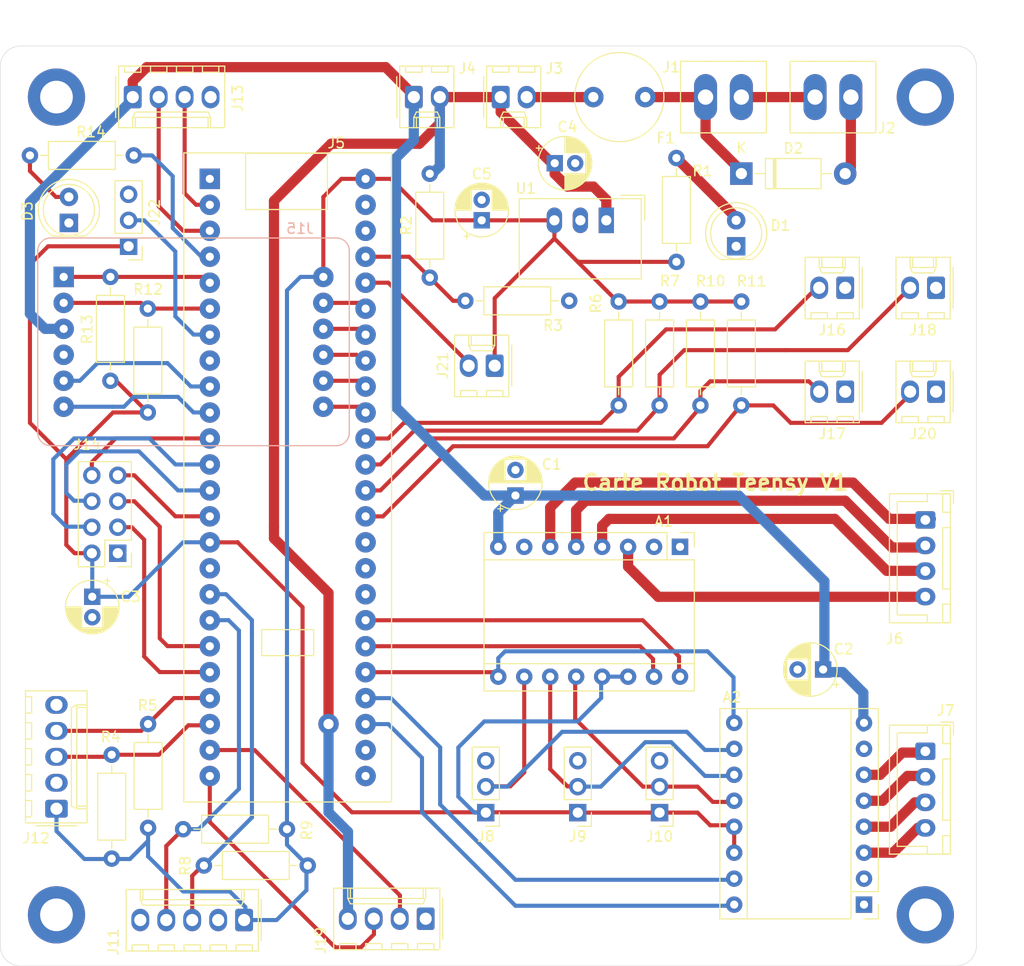
<source format=kicad_pcb>
(kicad_pcb (version 20171130) (host pcbnew "(5.1.10)-1")
  (layers (0 F.Cu signal) (31 B.Cu signal) (34 B.Paste user) (35 F.Paste user) (36 B.SilkS user) (37 F.SilkS user) (38 B.Mask user) (39 F.Mask user) (44 Edge.Cuts user))
  (net 0 "")
  (net 1 "Net-(J1-Pad2)")
  (net 2 GND)
  (net 3 +5V)
  (net 4 /Von)
  (net 5 /M2)
  (net 6 /M1)
  (net 7 /M0)
  (net 8 "Net-(D2-Pad1)")
  (net 9 /STEP_D)
  (net 10 /STEP_G)
  (net 11 +3V3)
  (net 12 /Varu)
  (net 13 /DIR_D)
  (net 14 /DIR_G)
  (net 15 /EN)
  (net 16 "Net-(D1-Pad2)")
  (net 17 "Net-(A1-Pad3)")
  (net 18 "Net-(A1-Pad5)")
  (net 19 "Net-(A1-Pad6)")
  (net 20 "Net-(A2-Pad3)")
  (net 21 "Net-(A2-Pad5)")
  (net 22 "Net-(A2-Pad6)")
  (net 23 /A1D)
  (net 24 /A1G)
  (net 25 /CE)
  (net 26 /IRQ)
  (net 27 /CODD_B)
  (net 28 /CODD_A)
  (net 29 "Net-(F1-Pad1)")
  (net 30 /Vbat)
  (net 31 /RX4)
  (net 32 /SCK0)
  (net 33 /MISO0)
  (net 34 /MOSI0)
  (net 35 /CS0)
  (net 36 /TX1)
  (net 37 /RX1)
  (net 38 /TX4)
  (net 39 /TX3)
  (net 40 /SDA0)
  (net 41 /RX3)
  (net 42 /SCL0)
  (net 43 /PWM2)
  (net 44 /PWM1)
  (net 45 /CODG_B)
  (net 46 /CODG_A)
  (net 47 /17)
  (net 48 /MS1)
  (net 49 /MS4)
  (net 50 /MS3)
  (net 51 /MS2)
  (net 52 /SDA2)
  (net 53 /SCL2)
  (net 54 /Tirette)
  (net 55 "Net-(D3-Pad2)")
  (net 56 /STRAT)
  (net 57 /LED)
  (module Mes_empreintes:Teensy-3.5-3.6 (layer F.Cu) (at 75 63)
    (fp_text reference J5 (at 12.376 -3.5) (layer F.SilkS))
    (fp_text value Teensy-3.5)
    (pad 26 thru_hole circle (at 15.24 55.88) (size 2 2) (drill 0.8) (layers *.Cu *.Mask))
    (pad 23 thru_hole circle (at 0 55.88) (size 2 2) (drill 0.8) (layers *.Cu *.Mask) (net 31 /RX4))
    (pad 27 thru_hole circle (at 15.24 53.34) (size 2 2) (drill 0.8) (layers *.Cu *.Mask) (net 14 /DIR_G))
    (pad 22 thru_hole circle (at 0 53.34) (size 2 2) (drill 0.8) (layers *.Cu *.Mask) (net 28 /CODD_A))
    (pad 28 thru_hole circle (at 15.24 50.8) (size 2 2) (drill 0.8) (layers *.Cu *.Mask) (net 10 /STEP_G))
    (pad 21 thru_hole circle (at 0 50.8) (size 2 2) (drill 0.8) (layers *.Cu *.Mask) (net 27 /CODD_B))
    (pad 29 thru_hole circle (at 15.24 48.26) (size 2 2) (drill 0.8) (layers *.Cu *.Mask) (net 15 /EN))
    (pad 20 thru_hole circle (at 0 48.26) (size 2 2) (drill 0.8) (layers *.Cu *.Mask) (net 25 /CE))
    (pad 30 thru_hole circle (at 15.24 45.72) (size 2 2) (drill 0.8) (layers *.Cu *.Mask) (net 9 /STEP_D))
    (pad 19 thru_hole circle (at 0 45.72) (size 2 2) (drill 0.8) (layers *.Cu *.Mask) (net 32 /SCK0))
    (pad 31 thru_hole circle (at 15.24 43.18) (size 2 2) (drill 0.8) (layers *.Cu *.Mask) (net 13 /DIR_D))
    (pad 18 thru_hole circle (at 0 43.18) (size 2 2) (drill 0.8) (layers *.Cu *.Mask) (net 45 /CODG_B))
    (pad 32 thru_hole circle (at 15.24 40.64) (size 2 2) (drill 0.8) (layers *.Cu *.Mask))
    (pad 17 thru_hole circle (at 0 40.64) (size 2 2) (drill 0.8) (layers *.Cu *.Mask) (net 46 /CODG_A))
    (pad 33 thru_hole circle (at 15.24 38.1) (size 2 2) (drill 0.8) (layers *.Cu *.Mask))
    (pad 16 thru_hole circle (at 0 38.1) (size 2 2) (drill 0.8) (layers *.Cu *.Mask))
    (pad 34 thru_hole circle (at 15.24 35.56) (size 2 2) (drill 0.8) (layers *.Cu *.Mask) (net 2 GND))
    (pad 15 thru_hole circle (at 0 35.56) (size 2 2) (drill 0.8) (layers *.Cu *.Mask) (net 11 +3V3))
    (pad 35 thru_hole circle (at 15.24 33.02) (size 2 2) (drill 0.8) (layers *.Cu *.Mask) (net 49 /MS4))
    (pad 14 thru_hole circle (at 0 33.02) (size 2 2) (drill 0.8) (layers *.Cu *.Mask) (net 33 /MISO0))
    (pad 36 thru_hole circle (at 15.24 30.48) (size 2 2) (drill 0.8) (layers *.Cu *.Mask) (net 50 /MS3))
    (pad 13 thru_hole circle (at 0 30.48) (size 2 2) (drill 0.8) (layers *.Cu *.Mask) (net 34 /MOSI0))
    (pad 37 thru_hole circle (at 15.24 27.94) (size 2 2) (drill 0.8) (layers *.Cu *.Mask) (net 51 /MS2))
    (pad 12 thru_hole circle (at 0 27.94) (size 2 2) (drill 0.8) (layers *.Cu *.Mask) (net 35 /CS0))
    (pad 38 thru_hole circle (at 15.24 25.4) (size 2 2) (drill 0.8) (layers *.Cu *.Mask) (net 48 /MS1))
    (pad 11 thru_hole circle (at 0 25.4) (size 2 2) (drill 0.8) (layers *.Cu *.Mask) (net 26 /IRQ))
    (pad 39 thru_hole circle (at 15.24 22.86) (size 2 2) (drill 0.8) (layers *.Cu *.Mask) (net 47 /17))
    (pad 10 thru_hole circle (at 0 22.86) (size 2 2) (drill 0.8) (layers *.Cu *.Mask) (net 39 /TX3))
    (pad 40 thru_hole circle (at 15.24 20.32) (size 2 2) (drill 0.8) (layers *.Cu *.Mask) (net 40 /SDA0))
    (pad 9 thru_hole circle (at 0 20.32) (size 2 2) (drill 0.8) (layers *.Cu *.Mask) (net 41 /RX3))
    (pad 41 thru_hole circle (at 15.24 17.78) (size 2 2) (drill 0.8) (layers *.Cu *.Mask) (net 42 /SCL0))
    (pad 8 thru_hole circle (at 0 17.78) (size 2 2) (drill 0.8) (layers *.Cu *.Mask))
    (pad 42 thru_hole circle (at 15.24 15.24) (size 2 2) (drill 0.8) (layers *.Cu *.Mask) (net 43 /PWM2))
    (pad 7 thru_hole circle (at 0 15.24) (size 2 2) (drill 0.8) (layers *.Cu *.Mask) (net 56 /STRAT))
    (pad 43 thru_hole circle (at 15.24 12.7) (size 2 2) (drill 0.8) (layers *.Cu *.Mask) (net 44 /PWM1))
    (pad 6 thru_hole circle (at 0 12.7) (size 2 2) (drill 0.8) (layers *.Cu *.Mask) (net 52 /SDA2))
    (pad 44 thru_hole circle (at 15.24 10.16) (size 2 2) (drill 0.8) (layers *.Cu *.Mask) (net 54 /Tirette))
    (pad 5 thru_hole circle (at 0 10.16) (size 2 2) (drill 0.8) (layers *.Cu *.Mask) (net 53 /SCL2))
    (pad 45 thru_hole circle (at 15.24 7.62) (size 2 2) (drill 0.8) (layers *.Cu *.Mask) (net 30 /Vbat))
    (pad 4 thru_hole circle (at 0 7.62) (size 2 2) (drill 0.8) (layers *.Cu *.Mask) (net 57 /LED))
    (pad 46 thru_hole circle (at 15.24 5.08) (size 2 2) (drill 0.8) (layers *.Cu *.Mask))
    (pad 3 thru_hole circle (at 0 5.08) (size 2 2) (drill 0.8) (layers *.Cu *.Mask) (net 36 /TX1))
    (pad 47 thru_hole circle (at 15.24 2.54) (size 2 2) (drill 0.8) (layers *.Cu *.Mask))
    (pad 2 thru_hole circle (at 0 2.54) (size 2 2) (drill 0.8) (layers *.Cu *.Mask) (net 37 /RX1))
    (pad 48 thru_hole circle (at 15.24 0) (size 2 2) (drill 0.8) (layers *.Cu *.Mask) (net 3 +5V))
    (pad 1 thru_hole rect (at 0 0) (size 2 2) (drill 0.8) (layers *.Cu *.Mask) (net 2 GND))
    (pad 24 thru_hole circle (at 0 58.42) (size 2 2) (drill 0.8) (layers *.Cu *.Mask) (net 38 /TX4))
    (pad 25 thru_hole circle (at 15.24 58.42) (size 2 2) (drill 0.8) (layers *.Cu *.Mask))
  )
  (module Resistor_THT:R_Axial_DIN0207_L6.3mm_D2.5mm_P10.16mm_Horizontal (layer F.Cu) (at 67.564 60.706 180)
    (fp_text reference R14 (at 4.191 2.286) (layer F.SilkS))
    (fp_text value 500)
    (pad 1 thru_hole circle (at 0 0 180) (size 1.6 1.6) (drill 0.8) (layers *.Cu *.Mask) (net 57 /LED))
    (pad 2 thru_hole oval (at 10.16 0 180) (size 1.6 1.6) (drill 0.8) (layers *.Cu *.Mask) (net 55 "Net-(D3-Pad2)"))
  )
  (module Connector_PinHeader_2.54mm:PinHeader_1x03_P2.54mm_Vertical (layer F.Cu) (at 67.056 69.596 180)
    (fp_text reference J22 (at -2.54 3.302 90) (layer F.SilkS))
    (fp_text value Conn_01x03)
    (pad 3 thru_hole oval (at 0 5.08 180) (size 1.7 1.7) (drill 1) (layers *.Cu *.Mask) (net 2 GND))
    (pad 2 thru_hole oval (at 0 2.54 180) (size 1.7 1.7) (drill 1) (layers *.Cu *.Mask) (net 56 /STRAT))
    (pad 1 thru_hole rect (at 0 0 180) (size 1.7 1.7) (drill 1) (layers *.Cu *.Mask) (net 11 +3V3))
  )
  (module LED_THT:LED_D5.0mm_Clear (layer F.Cu) (at 61.214 67.31 90)
    (fp_text reference D3 (at 1.143 -4.064 270) (layer F.SilkS))
    (fp_text value LED)
    (pad 2 thru_hole circle (at 2.54 0 90) (size 1.8 1.8) (drill 0.9) (layers *.Cu *.Mask) (net 55 "Net-(D3-Pad2)"))
    (pad 1 thru_hole rect (at 0 0 90) (size 1.8 1.8) (drill 0.9) (layers *.Cu *.Mask) (net 2 GND))
  )
  (module Capacitor_THT:CP_Radial_D5.0mm_P2.00mm (layer F.Cu) (at 101.6 67.056 90)
    (fp_text reference C5 (at 4.54 0 180) (layer F.SilkS))
    (fp_text value 0,1u)
    (pad 2 thru_hole circle (at 2 0 90) (size 1.6 1.6) (drill 0.8) (layers *.Cu *.Mask) (net 2 GND))
    (pad 1 thru_hole rect (at 0 0 90) (size 1.6 1.6) (drill 0.8) (layers *.Cu *.Mask) (net 3 +5V))
  )
  (module Capacitor_THT:CP_Radial_D5.0mm_P2.00mm (layer F.Cu) (at 108.744 61.468)
    (fp_text reference C4 (at 1.238 -3.556) (layer F.SilkS))
    (fp_text value 0,33u)
    (pad 2 thru_hole circle (at 2 0) (size 1.6 1.6) (drill 0.8) (layers *.Cu *.Mask) (net 2 GND))
    (pad 1 thru_hole rect (at 0 0) (size 1.6 1.6) (drill 0.8) (layers *.Cu *.Mask) (net 4 /Von))
  )
  (module Connector_Molex:Molex_KK-254_AE-6410-02A_1x02_P2.54mm_Vertical (layer F.Cu) (at 102.87 81.28 180)
    (fp_text reference J21 (at 5.08 0 90) (layer F.SilkS))
    (fp_text value Conn_Aru)
    (pad 2 thru_hole oval (at 2.54 0 180) (size 1.74 2.19) (drill 1.19) (layers *.Cu *.Mask) (net 54 /Tirette))
    (pad 1 thru_hole roundrect (at 0 0 180) (size 1.74 2.19) (drill 1.19) (layers *.Cu *.Mask) (roundrect_rratio 0.1436775862068966) (net 3 +5V))
  )
  (module Resistor_THT:R_Axial_DIN0207_L6.3mm_D2.5mm_P10.16mm_Horizontal (layer F.Cu) (at 65.278 82.7532 90)
    (fp_text reference R13 (at 5.0292 -2.286 270) (layer F.SilkS))
    (fp_text value 4.7k)
    (pad 2 thru_hole oval (at 10.16 0 90) (size 1.6 1.6) (drill 0.8) (layers *.Cu *.Mask) (net 53 /SCL2))
    (pad 1 thru_hole circle (at 0 0 90) (size 1.6 1.6) (drill 0.8) (layers *.Cu *.Mask) (net 11 +3V3))
  )
  (module Resistor_THT:R_Axial_DIN0207_L6.3mm_D2.5mm_P10.16mm_Horizontal (layer F.Cu) (at 68.9356 85.852 90)
    (fp_text reference R12 (at 12.0396 0.0254 180) (layer F.SilkS))
    (fp_text value 4.7k)
    (pad 2 thru_hole oval (at 10.16 0 90) (size 1.6 1.6) (drill 0.8) (layers *.Cu *.Mask) (net 52 /SDA2))
    (pad 1 thru_hole circle (at 0 0 90) (size 1.6 1.6) (drill 0.8) (layers *.Cu *.Mask) (net 11 +3V3))
  )
  (module Mes_empreintes:Shield-Actionneurs (layer B.Cu) (at 60.706 72.5932 270)
    (fp_text reference J15 (at -4.7244 -23.114) (layer B.SilkS) (effects (justify mirror)))
    (fp_text value Shield-Actionneurs)
    (pad 12 thru_hole circle (at 12.7 -25.4 270) (size 2 2) (drill 0.8) (layers *.Cu *.Mask) (net 47 /17))
    (pad 11 thru_hole circle (at 10.16 -25.4 270) (size 2 2) (drill 0.8) (layers *.Cu *.Mask) (net 40 /SDA0))
    (pad 10 thru_hole circle (at 7.62 -25.4 270) (size 2 2) (drill 0.8) (layers *.Cu *.Mask) (net 42 /SCL0))
    (pad 9 thru_hole circle (at 5.08 -25.4 270) (size 2 2) (drill 0.8) (layers *.Cu *.Mask) (net 43 /PWM2))
    (pad 8 thru_hole circle (at 2.54 -25.4 270) (size 2 2) (drill 0.8) (layers *.Cu *.Mask) (net 44 /PWM1))
    (pad 7 thru_hole circle (at 0 -25.4 270) (size 2 2) (drill 0.8) (layers *.Cu *.Mask) (net 3 +5V))
    (pad 6 thru_hole circle (at 12.7 0 270) (size 2 2) (drill 0.8) (layers *.Cu *.Mask) (net 39 /TX3))
    (pad 5 thru_hole circle (at 10.16 0 270) (size 2 2) (drill 0.8) (layers *.Cu *.Mask) (net 41 /RX3))
    (pad 4 thru_hole circle (at 7.62 0 270) (size 2 2) (drill 0.8) (layers *.Cu *.Mask) (net 2 GND))
    (pad 3 thru_hole circle (at 5.08 0 270) (size 2 2) (drill 0.8) (layers *.Cu *.Mask) (net 12 /Varu))
    (pad 2 thru_hole circle (at 2.54 0 270) (size 2 2) (drill 0.8) (layers *.Cu *.Mask) (net 52 /SDA2))
    (pad 1 thru_hole rect (at 0 0 270) (size 2 2) (drill 0.8) (layers *.Cu *.Mask) (net 53 /SCL2))
  )
  (module Resistor_THT:R_Axial_DIN0207_L6.3mm_D2.5mm_P10.16mm_Horizontal (layer F.Cu) (at 127 75 270)
    (fp_text reference R11 (at -2 -1 180) (layer F.SilkS))
    (fp_text value 1k)
    (pad 2 thru_hole oval (at 10.16 0 270) (size 1.6 1.6) (drill 0.8) (layers *.Cu *.Mask) (net 49 /MS4))
    (pad 1 thru_hole circle (at 0 0 270) (size 1.6 1.6) (drill 0.8) (layers *.Cu *.Mask) (net 3 +5V))
  )
  (module Resistor_THT:R_Axial_DIN0207_L6.3mm_D2.5mm_P10.16mm_Horizontal (layer F.Cu) (at 123 75 270)
    (fp_text reference R10 (at -2 -1 180) (layer F.SilkS))
    (fp_text value 1k)
    (pad 2 thru_hole oval (at 10.16 0 270) (size 1.6 1.6) (drill 0.8) (layers *.Cu *.Mask) (net 50 /MS3))
    (pad 1 thru_hole circle (at 0 0 270) (size 1.6 1.6) (drill 0.8) (layers *.Cu *.Mask) (net 3 +5V))
  )
  (module Resistor_THT:R_Axial_DIN0207_L6.3mm_D2.5mm_P10.16mm_Horizontal (layer F.Cu) (at 119 75 270)
    (fp_text reference R7 (at -2 -1 180) (layer F.SilkS))
    (fp_text value 1k)
    (pad 2 thru_hole oval (at 10.16 0 270) (size 1.6 1.6) (drill 0.8) (layers *.Cu *.Mask) (net 51 /MS2))
    (pad 1 thru_hole circle (at 0 0 270) (size 1.6 1.6) (drill 0.8) (layers *.Cu *.Mask) (net 3 +5V))
  )
  (module Resistor_THT:R_Axial_DIN0207_L6.3mm_D2.5mm_P10.16mm_Horizontal (layer F.Cu) (at 115 75 270)
    (fp_text reference R6 (at 0.184 2.224 270) (layer F.SilkS))
    (fp_text value 1k)
    (pad 2 thru_hole oval (at 10.16 0 270) (size 1.6 1.6) (drill 0.8) (layers *.Cu *.Mask) (net 48 /MS1))
    (pad 1 thru_hole circle (at 0 0 270) (size 1.6 1.6) (drill 0.8) (layers *.Cu *.Mask) (net 3 +5V))
  )
  (module Connector_Molex:Molex_KK-254_AE-6410-02A_1x02_P2.54mm_Vertical (layer F.Cu) (at 146.05 83.82 180)
    (fp_text reference J20 (at 1.27 -4.12) (layer F.SilkS))
    (fp_text value Conn_Aru)
    (pad 2 thru_hole oval (at 2.54 0 180) (size 1.74 2.19) (drill 1.19) (layers *.Cu *.Mask) (net 49 /MS4))
    (pad 1 thru_hole roundrect (at 0 0 180) (size 1.74 2.19) (drill 1.19) (layers *.Cu *.Mask) (roundrect_rratio 0.1436775862068966) (net 2 GND))
  )
  (module Connector_Molex:Molex_KK-254_AE-6410-02A_1x02_P2.54mm_Vertical (layer F.Cu) (at 146.05 73.66 180)
    (fp_text reference J18 (at 1.27 -4.12) (layer F.SilkS))
    (fp_text value Conn_Aru)
    (pad 2 thru_hole oval (at 2.54 0 180) (size 1.74 2.19) (drill 1.19) (layers *.Cu *.Mask) (net 51 /MS2))
    (pad 1 thru_hole roundrect (at 0 0 180) (size 1.74 2.19) (drill 1.19) (layers *.Cu *.Mask) (roundrect_rratio 0.1436775862068966) (net 2 GND))
  )
  (module Connector_Molex:Molex_KK-254_AE-6410-02A_1x02_P2.54mm_Vertical (layer F.Cu) (at 137.16 83.82 180)
    (fp_text reference J17 (at 1.27 -4.12) (layer F.SilkS))
    (fp_text value Conn_Aru)
    (pad 2 thru_hole oval (at 2.54 0 180) (size 1.74 2.19) (drill 1.19) (layers *.Cu *.Mask) (net 50 /MS3))
    (pad 1 thru_hole roundrect (at 0 0 180) (size 1.74 2.19) (drill 1.19) (layers *.Cu *.Mask) (roundrect_rratio 0.1436775862068966) (net 2 GND))
  )
  (module Connector_Molex:Molex_KK-254_AE-6410-02A_1x02_P2.54mm_Vertical (layer F.Cu) (at 137.16 73.66 180)
    (fp_text reference J16 (at 1.27 -4.12) (layer F.SilkS))
    (fp_text value Conn_Aru)
    (pad 2 thru_hole oval (at 2.54 0 180) (size 1.74 2.19) (drill 1.19) (layers *.Cu *.Mask) (net 48 /MS1))
    (pad 1 thru_hole roundrect (at 0 0 180) (size 1.74 2.19) (drill 1.19) (layers *.Cu *.Mask) (roundrect_rratio 0.1436775862068966) (net 2 GND))
  )
  (module Connector_JST:JST_XH_B4B-XH-A_1x04_P2.50mm_Vertical (layer F.Cu) (at 145 119 270)
    (fp_text reference J7 (at -4 -2 180) (layer F.SilkS))
    (fp_text value Conn_DriverG)
    (pad 4 thru_hole oval (at 7.5 0 270) (size 1.7 1.95) (drill 0.95) (layers *.Cu *.Mask) (net 20 "Net-(A2-Pad3)"))
    (pad 3 thru_hole oval (at 5 0 270) (size 1.7 1.95) (drill 0.95) (layers *.Cu *.Mask) (net 24 /A1G))
    (pad 2 thru_hole oval (at 2.5 0 270) (size 1.7 1.95) (drill 0.95) (layers *.Cu *.Mask) (net 21 "Net-(A2-Pad5)"))
    (pad 1 thru_hole roundrect (at 0 0 270) (size 1.7 1.95) (drill 0.95) (layers *.Cu *.Mask) (roundrect_rratio 0.1470588235294118) (net 22 "Net-(A2-Pad6)"))
  )
  (module Connector_JST:JST_XH_B4B-XH-A_1x04_P2.50mm_Vertical (layer F.Cu) (at 145 96.3676 270)
    (fp_text reference J6 (at 11.6324 3 180) (layer F.SilkS))
    (fp_text value Conn_DriverD)
    (pad 4 thru_hole oval (at 7.5 0 270) (size 1.7 1.95) (drill 0.95) (layers *.Cu *.Mask) (net 17 "Net-(A1-Pad3)"))
    (pad 3 thru_hole oval (at 5 0 270) (size 1.7 1.95) (drill 0.95) (layers *.Cu *.Mask) (net 23 /A1D))
    (pad 2 thru_hole oval (at 2.5 0 270) (size 1.7 1.95) (drill 0.95) (layers *.Cu *.Mask) (net 18 "Net-(A1-Pad5)"))
    (pad 1 thru_hole roundrect (at 0 0 270) (size 1.7 1.95) (drill 0.95) (layers *.Cu *.Mask) (roundrect_rratio 0.1470588235294118) (net 19 "Net-(A1-Pad6)"))
  )
  (module Capacitor_THT:CP_Radial_D5.0mm_P2.50mm (layer F.Cu) (at 135 111 180)
    (fp_text reference C2 (at -2 2) (layer F.SilkS))
    (fp_text value 100u)
    (pad 2 thru_hole circle (at 2.5 0 180) (size 1.6 1.6) (drill 0.8) (layers *.Cu *.Mask) (net 2 GND))
    (pad 1 thru_hole rect (at 0 0 180) (size 1.6 1.6) (drill 0.8) (layers *.Cu *.Mask) (net 12 /Varu))
  )
  (module Capacitor_THT:CP_Radial_D5.0mm_P2.50mm (layer F.Cu) (at 104.902 93.98 90)
    (fp_text reference C1 (at 3.048 3.556 180) (layer F.SilkS))
    (fp_text value 100u)
    (pad 2 thru_hole circle (at 2.5 0 90) (size 1.6 1.6) (drill 0.8) (layers *.Cu *.Mask) (net 2 GND))
    (pad 1 thru_hole rect (at 0 0 90) (size 1.6 1.6) (drill 0.8) (layers *.Cu *.Mask) (net 12 /Varu))
  )
  (module Capacitor_THT:CP_Radial_D5.0mm_P2.00mm (layer F.Cu) (at 63.5 103.886 270)
    (fp_text reference C3 (at 0 -3.75 180) (layer F.SilkS))
    (fp_text value 10u)
    (pad 2 thru_hole circle (at 2 0 270) (size 1.6 1.6) (drill 0.8) (layers *.Cu *.Mask) (net 2 GND))
    (pad 1 thru_hole rect (at 0 0 270) (size 1.6 1.6) (drill 0.8) (layers *.Cu *.Mask) (net 11 +3V3))
  )
  (module Resistor_THT:R_Axial_DIN0207_L6.3mm_D2.5mm_P10.16mm_Horizontal (layer F.Cu) (at 82.55 126.619 180)
    (fp_text reference R9 (at -1.947 -0.111 90) (layer F.SilkS))
    (fp_text value 4.7k)
    (pad 1 thru_hole circle (at 0 0 180) (size 1.6 1.6) (drill 0.8) (layers *.Cu *.Mask) (net 3 +5V))
    (pad 2 thru_hole oval (at 10.16 0 180) (size 1.6 1.6) (drill 0.8) (layers *.Cu *.Mask) (net 45 /CODG_B))
  )
  (module Resistor_THT:R_Axial_DIN0207_L6.3mm_D2.5mm_P10.16mm_Horizontal (layer F.Cu) (at 84.582 130.175 180)
    (fp_text reference R8 (at 11.983 -0.032 90) (layer F.SilkS))
    (fp_text value 4.7k)
    (pad 1 thru_hole circle (at 0 0 180) (size 1.6 1.6) (drill 0.8) (layers *.Cu *.Mask) (net 3 +5V))
    (pad 2 thru_hole oval (at 10.16 0 180) (size 1.6 1.6) (drill 0.8) (layers *.Cu *.Mask) (net 46 /CODG_A))
  )
  (module Resistor_THT:R_Axial_DIN0207_L6.3mm_D2.5mm_P10.16mm_Horizontal (layer F.Cu) (at 68.961 126.492 90)
    (fp_text reference R5 (at 11.979 -0.055) (layer F.SilkS))
    (fp_text value 4.7k)
    (pad 2 thru_hole oval (at 10.16 0 90) (size 1.6 1.6) (drill 0.8) (layers *.Cu *.Mask) (net 27 /CODD_B))
    (pad 1 thru_hole circle (at 0 0 90) (size 1.6 1.6) (drill 0.8) (layers *.Cu *.Mask) (net 3 +5V))
  )
  (module Resistor_THT:R_Axial_DIN0207_L6.3mm_D2.5mm_P10.16mm_Horizontal (layer F.Cu) (at 65.405 129.5 90)
    (fp_text reference R4 (at 11.898 -0.103 180) (layer F.SilkS))
    (fp_text value 4.7k)
    (pad 2 thru_hole oval (at 10.16 0 90) (size 1.6 1.6) (drill 0.8) (layers *.Cu *.Mask) (net 28 /CODD_A))
    (pad 1 thru_hole circle (at 0 0 90) (size 1.6 1.6) (drill 0.8) (layers *.Cu *.Mask) (net 3 +5V))
  )
  (module Resistor_THT:R_Axial_DIN0207_L6.3mm_D2.5mm_P10.16mm_Horizontal (layer F.Cu) (at 100 74.93)
    (fp_text reference R3 (at 8.585 2.413) (layer F.SilkS))
    (fp_text value 100k)
    (pad 2 thru_hole oval (at 10.16 0) (size 1.6 1.6) (drill 0.8) (layers *.Cu *.Mask) (net 2 GND))
    (pad 1 thru_hole circle (at 0 0) (size 1.6 1.6) (drill 0.8) (layers *.Cu *.Mask) (net 30 /Vbat))
  )
  (module Resistor_THT:R_Axial_DIN0207_L6.3mm_D2.5mm_P10.16mm_Horizontal (layer F.Cu) (at 96.52 62.5 270)
    (fp_text reference R2 (at 5.064 2.286 270) (layer F.SilkS))
    (fp_text value 390k)
    (pad 2 thru_hole oval (at 10.16 0 270) (size 1.6 1.6) (drill 0.8) (layers *.Cu *.Mask) (net 30 /Vbat))
    (pad 1 thru_hole circle (at 0 0 270) (size 1.6 1.6) (drill 0.8) (layers *.Cu *.Mask) (net 4 /Von))
  )
  (module Connector_PinHeader_2.54mm:PinHeader_1x03_P2.54mm_Vertical (layer F.Cu) (at 111 125 180)
    (fp_text reference J9 (at 0 -2.33) (layer F.SilkS))
    (fp_text value Conn_01x03)
    (pad 3 thru_hole oval (at 0 5.08 180) (size 1.7 1.7) (drill 1) (layers *.Cu *.Mask) (net 2 GND))
    (pad 2 thru_hole oval (at 0 2.54 180) (size 1.7 1.7) (drill 1) (layers *.Cu *.Mask) (net 6 /M1))
    (pad 1 thru_hole rect (at 0 0 180) (size 1.7 1.7) (drill 1) (layers *.Cu *.Mask) (net 11 +3V3))
  )
  (module MountingHole:MountingHole_3.2mm_M3_DIN965_Pad (layer F.Cu) (at 145 135)
    (fp_text reference H2 hide)
    (fp_text value MountingHole)
    (pad 1 thru_hole circle (at 0 0) (size 5.6 5.6) (drill 3.2) (layers *.Cu *.Mask))
  )
  (module Connector_Molex:Molex_KK-254_AE-6410-04A_1x04_P2.54mm_Vertical (layer F.Cu) (at 96.12 135.382 180)
    (fp_text reference J19 (at 10.268 -2.144 90) (layer F.SilkS))
    (fp_text value Conn_IHM)
    (pad 1 thru_hole roundrect (at 0 0 180) (size 1.74 2.19) (drill 1.19) (layers *.Cu *.Mask) (roundrect_rratio 0.1436775862068966) (net 2 GND))
    (pad 2 thru_hole oval (at 2.54 0 180) (size 1.74 2.19) (drill 1.19) (layers *.Cu *.Mask) (net 31 /RX4))
    (pad 3 thru_hole oval (at 5.08 0 180) (size 1.74 2.19) (drill 1.19) (layers *.Cu *.Mask) (net 38 /TX4))
    (pad 4 thru_hole oval (at 7.62 0 180) (size 1.74 2.19) (drill 1.19) (layers *.Cu *.Mask) (net 4 /Von))
  )
  (module LED_THT:LED_D5.0mm_Clear (layer F.Cu) (at 126.492 69.596 90)
    (fp_text reference D1 (at 2.032 4.318 180) (layer F.SilkS))
    (fp_text value LED)
    (pad 2 thru_hole circle (at 2.54 0 90) (size 1.8 1.8) (drill 0.9) (layers *.Cu *.Mask) (net 16 "Net-(D1-Pad2)"))
    (pad 1 thru_hole rect (at 0 0 90) (size 1.8 1.8) (drill 0.9) (layers *.Cu *.Mask) (net 2 GND))
  )
  (module Connector_Molex:Molex_KK-254_AE-6410-05A_1x05_P2.54mm_Vertical (layer F.Cu) (at 78.359 135.509 180)
    (fp_text reference J11 (at 12.802 -2.144 90) (layer F.SilkS))
    (fp_text value Conn_01x05)
    (pad 1 thru_hole roundrect (at 0 0 180) (size 1.74 2.19) (drill 1.19) (layers *.Cu *.Mask) (roundrect_rratio 0.1436775862068966) (net 3 +5V))
    (pad 2 thru_hole oval (at 2.54 0 180) (size 1.74 2.19) (drill 1.19) (layers *.Cu *.Mask) (net 2 GND))
    (pad 3 thru_hole oval (at 5.08 0 180) (size 1.74 2.19) (drill 1.19) (layers *.Cu *.Mask) (net 46 /CODG_A))
    (pad 4 thru_hole oval (at 7.62 0 180) (size 1.74 2.19) (drill 1.19) (layers *.Cu *.Mask) (net 45 /CODG_B))
    (pad 5 thru_hole oval (at 10.16 0 180) (size 1.74 2.19) (drill 1.19) (layers *.Cu *.Mask) (net 2 GND))
  )
  (module Mes_empreintes:SL_3.50-02-180G_Weidmuller (layer F.Cu) (at 134.2136 55)
    (fp_text reference J2 (at 7.0104 3.039) (layer F.SilkS))
    (fp_text value Conn_Bat1)
    (pad 2 thru_hole oval (at 3.5 0) (size 2.25 4.5) (drill 1.5) (layers *.Cu *.Mask) (net 2 GND))
    (pad 1 thru_hole oval (at 0 0) (size 2.25 4.5) (drill 1.5) (layers *.Cu *.Mask) (net 1 "Net-(J1-Pad2)"))
  )
  (module Converter_DCDC:Converter_DCDC_TRACO_TSR-1_THT (layer F.Cu) (at 113.792 67.056 180)
    (fp_text reference U1 (at 7.874 3.1242) (layer F.SilkS))
    (fp_text value TSR_1-2450)
    (pad 3 thru_hole oval (at 5.08 0 180) (size 1.5 2.5) (drill 1) (layers *.Cu *.Mask) (net 3 +5V))
    (pad 2 thru_hole oval (at 2.54 0 180) (size 1.5 2.5) (drill 1) (layers *.Cu *.Mask) (net 2 GND))
    (pad 1 thru_hole rect (at 0 0 180) (size 1.5 2.5) (drill 1) (layers *.Cu *.Mask) (net 4 /Von))
  )
  (module MountingHole:MountingHole_3.2mm_M3_DIN965_Pad (layer F.Cu) (at 60 135)
    (fp_text reference H4 hide)
    (fp_text value MountingHole)
    (pad 1 thru_hole circle (at 0 0) (size 5.6 5.6) (drill 3.2) (layers *.Cu *.Mask))
  )
  (module Connector_PinHeader_2.54mm:PinHeader_2x04_P2.54mm_Vertical (layer F.Cu) (at 66 99.62 180)
    (fp_text reference J14 (at 3 10.62) (layer F.SilkS))
    (fp_text value Conn_02x04_Counter_Clockwise hide)
    (pad 1 thru_hole rect (at 0 0 180) (size 1.7 1.7) (drill 1) (layers *.Cu *.Mask) (net 2 GND))
    (pad 2 thru_hole oval (at 2.54 0 180) (size 1.7 1.7) (drill 1) (layers *.Cu *.Mask) (net 11 +3V3))
    (pad 3 thru_hole oval (at 0 2.54 180) (size 1.7 1.7) (drill 1) (layers *.Cu *.Mask) (net 25 /CE))
    (pad 4 thru_hole oval (at 2.54 2.54 180) (size 1.7 1.7) (drill 1) (layers *.Cu *.Mask) (net 35 /CS0))
    (pad 5 thru_hole oval (at 0 5.08 180) (size 1.7 1.7) (drill 1) (layers *.Cu *.Mask) (net 32 /SCK0))
    (pad 6 thru_hole oval (at 2.54 5.08 180) (size 1.7 1.7) (drill 1) (layers *.Cu *.Mask) (net 34 /MOSI0))
    (pad 7 thru_hole oval (at 0 7.62 180) (size 1.7 1.7) (drill 1) (layers *.Cu *.Mask) (net 33 /MISO0))
    (pad 8 thru_hole oval (at 2.54 7.62 180) (size 1.7 1.7) (drill 1) (layers *.Cu *.Mask) (net 26 /IRQ))
  )
  (module Connector_PinHeader_2.54mm:PinHeader_1x03_P2.54mm_Vertical (layer F.Cu) (at 119 125 180)
    (fp_text reference J10 (at 0 -2.33) (layer F.SilkS))
    (fp_text value Conn_01x03)
    (pad 3 thru_hole oval (at 0 5.08 180) (size 1.7 1.7) (drill 1) (layers *.Cu *.Mask) (net 2 GND))
    (pad 2 thru_hole oval (at 0 2.54 180) (size 1.7 1.7) (drill 1) (layers *.Cu *.Mask) (net 5 /M2))
    (pad 1 thru_hole rect (at 0 0 180) (size 1.7 1.7) (drill 1) (layers *.Cu *.Mask) (net 11 +3V3))
  )
  (module Resistor_THT:R_Axial_DIN0207_L6.3mm_D2.5mm_P10.16mm_Horizontal (layer F.Cu) (at 120.65 71.12 90)
    (fp_text reference R1 (at 8.89 2.54 180) (layer F.SilkS))
    (fp_text value 500)
    (pad 2 thru_hole oval (at 10.16 0 90) (size 1.6 1.6) (drill 0.8) (layers *.Cu *.Mask) (net 16 "Net-(D1-Pad2)"))
    (pad 1 thru_hole circle (at 0 0 90) (size 1.6 1.6) (drill 0.8) (layers *.Cu *.Mask) (net 3 +5V))
  )
  (module Fuse:Fuse_Littelfuse_372_D8.50mm (layer F.Cu) (at 112.522 55)
    (fp_text reference F1 (at 7.08 4) (layer F.SilkS))
    (fp_text value Fuse)
    (pad 2 thru_hole circle (at 5.08 0) (size 2 2) (drill 1) (layers *.Cu *.Mask) (net 8 "Net-(D2-Pad1)"))
    (pad 1 thru_hole circle (at 0 0) (size 2 2) (drill 1) (layers *.Cu *.Mask) (net 29 "Net-(F1-Pad1)"))
  )
  (module Connector_Molex:Molex_KK-254_AE-6410-02A_1x02_P2.54mm_Vertical (layer F.Cu) (at 94.96 55)
    (fp_text reference J4 (at 5.243 -2.803) (layer F.SilkS))
    (fp_text value Conn_Aru)
    (pad 2 thru_hole oval (at 2.54 0) (size 1.74 2.19) (drill 1.19) (layers *.Cu *.Mask) (net 4 /Von))
    (pad 1 thru_hole roundrect (at 0 0) (size 1.74 2.19) (drill 1.19) (layers *.Cu *.Mask) (roundrect_rratio 0.1436775862068966) (net 12 /Varu))
  )
  (module MountingHole:MountingHole_3.2mm_M3_DIN965_Pad (layer F.Cu) (at 145 55)
    (fp_text reference H1 hide)
    (fp_text value MountingHole)
    (pad 1 thru_hole circle (at 0 0) (size 5.6 5.6) (drill 3.2) (layers *.Cu *.Mask))
  )
  (module Module:Pololu_Breakout-16_15.2x20.3mm (layer F.Cu) (at 139 134 180)
    (fp_text reference A2 (at 12.9144 20.2842) (layer F.SilkS))
    (fp_text value Pololu_Breakout_DRV8825)
    (pad 1 thru_hole rect (at 0 0 180) (size 1.6 1.6) (drill 0.8) (layers *.Cu *.Mask) (net 2 GND))
    (pad 9 thru_hole oval (at 12.7 17.78 180) (size 1.6 1.6) (drill 0.8) (layers *.Cu *.Mask) (net 15 /EN))
    (pad 2 thru_hole oval (at 0 2.54 180) (size 1.6 1.6) (drill 0.8) (layers *.Cu *.Mask))
    (pad 10 thru_hole oval (at 12.7 15.24 180) (size 1.6 1.6) (drill 0.8) (layers *.Cu *.Mask) (net 7 /M0))
    (pad 3 thru_hole oval (at 0 5.08 180) (size 1.6 1.6) (drill 0.8) (layers *.Cu *.Mask) (net 20 "Net-(A2-Pad3)"))
    (pad 11 thru_hole oval (at 12.7 12.7 180) (size 1.6 1.6) (drill 0.8) (layers *.Cu *.Mask) (net 6 /M1))
    (pad 4 thru_hole oval (at 0 7.62 180) (size 1.6 1.6) (drill 0.8) (layers *.Cu *.Mask) (net 24 /A1G))
    (pad 12 thru_hole oval (at 12.7 10.16 180) (size 1.6 1.6) (drill 0.8) (layers *.Cu *.Mask) (net 5 /M2))
    (pad 5 thru_hole oval (at 0 10.16 180) (size 1.6 1.6) (drill 0.8) (layers *.Cu *.Mask) (net 21 "Net-(A2-Pad5)"))
    (pad 13 thru_hole oval (at 12.7 7.62 180) (size 1.6 1.6) (drill 0.8) (layers *.Cu *.Mask) (net 11 +3V3))
    (pad 6 thru_hole oval (at 0 12.7 180) (size 1.6 1.6) (drill 0.8) (layers *.Cu *.Mask) (net 22 "Net-(A2-Pad6)"))
    (pad 14 thru_hole oval (at 12.7 5.08 180) (size 1.6 1.6) (drill 0.8) (layers *.Cu *.Mask) (net 11 +3V3))
    (pad 7 thru_hole oval (at 0 15.24 180) (size 1.6 1.6) (drill 0.8) (layers *.Cu *.Mask) (net 2 GND))
    (pad 15 thru_hole oval (at 12.7 2.54 180) (size 1.6 1.6) (drill 0.8) (layers *.Cu *.Mask) (net 10 /STEP_G))
    (pad 8 thru_hole oval (at 0 17.78 180) (size 1.6 1.6) (drill 0.8) (layers *.Cu *.Mask) (net 12 /Varu))
    (pad 16 thru_hole oval (at 12.7 0 180) (size 1.6 1.6) (drill 0.8) (layers *.Cu *.Mask) (net 14 /DIR_G))
  )
  (module MountingHole:MountingHole_3.2mm_M3_DIN965_Pad (layer F.Cu) (at 60 55)
    (fp_text reference H3 hide)
    (fp_text value MountingHole)
    (pad 1 thru_hole circle (at 0 0) (size 5.6 5.6) (drill 3.2) (layers *.Cu *.Mask))
  )
  (module Connector_Molex:Molex_KK-254_AE-6410-04A_1x04_P2.54mm_Vertical (layer F.Cu) (at 67.46 55)
    (fp_text reference J13 (at 10.264 0.118 90) (layer F.SilkS))
    (fp_text value Conn_01x04)
    (pad 4 thru_hole oval (at 7.62 0) (size 1.74 2.19) (drill 1.19) (layers *.Cu *.Mask) (net 2 GND))
    (pad 3 thru_hole oval (at 5.08 0) (size 1.74 2.19) (drill 1.19) (layers *.Cu *.Mask) (net 37 /RX1))
    (pad 2 thru_hole oval (at 2.54 0) (size 1.74 2.19) (drill 1.19) (layers *.Cu *.Mask) (net 36 /TX1))
    (pad 1 thru_hole roundrect (at 0 0) (size 1.74 2.19) (drill 1.19) (layers *.Cu *.Mask) (roundrect_rratio 0.1436775862068966) (net 12 /Varu))
  )
  (module Connector_PinHeader_2.54mm:PinHeader_1x03_P2.54mm_Vertical (layer F.Cu) (at 102 125 180)
    (fp_text reference J8 (at 0 -2.33) (layer F.SilkS))
    (fp_text value Conn_01x03)
    (pad 3 thru_hole oval (at 0 5.08 180) (size 1.7 1.7) (drill 1) (layers *.Cu *.Mask) (net 2 GND))
    (pad 2 thru_hole oval (at 0 2.54 180) (size 1.7 1.7) (drill 1) (layers *.Cu *.Mask) (net 7 /M0))
    (pad 1 thru_hole rect (at 0 0 180) (size 1.7 1.7) (drill 1) (layers *.Cu *.Mask) (net 11 +3V3))
  )
  (module Connector_Molex:Molex_KK-254_AE-6410-05A_1x05_P2.54mm_Vertical (layer F.Cu) (at 60 124.62 90)
    (fp_text reference J12 (at -2.88 -2 180) (layer F.SilkS))
    (fp_text value Conn_01x05)
    (pad 5 thru_hole oval (at 10.16 0 90) (size 1.74 2.19) (drill 1.19) (layers *.Cu *.Mask) (net 2 GND))
    (pad 4 thru_hole oval (at 7.62 0 90) (size 1.74 2.19) (drill 1.19) (layers *.Cu *.Mask) (net 27 /CODD_B))
    (pad 3 thru_hole oval (at 5.08 0 90) (size 1.74 2.19) (drill 1.19) (layers *.Cu *.Mask) (net 28 /CODD_A))
    (pad 2 thru_hole oval (at 2.54 0 90) (size 1.74 2.19) (drill 1.19) (layers *.Cu *.Mask) (net 2 GND))
    (pad 1 thru_hole roundrect (at 0 0 90) (size 1.74 2.19) (drill 1.19) (layers *.Cu *.Mask) (roundrect_rratio 0.1436775862068966) (net 3 +5V))
  )
  (module Connector_Molex:Molex_KK-254_AE-6410-02A_1x02_P2.54mm_Vertical (layer F.Cu) (at 103.46 55)
    (fp_text reference J3 (at 5.252 -2.803) (layer F.SilkS))
    (fp_text value Conn_OnOff)
    (pad 2 thru_hole oval (at 2.54 0) (size 1.74 2.19) (drill 1.19) (layers *.Cu *.Mask) (net 29 "Net-(F1-Pad1)"))
    (pad 1 thru_hole roundrect (at 0 0) (size 1.74 2.19) (drill 1.19) (layers *.Cu *.Mask) (roundrect_rratio 0.1436775862068966) (net 4 /Von))
  )
  (module Mes_empreintes:SL_3.50-02-180G_Weidmuller (layer F.Cu) (at 123.5 55)
    (fp_text reference J1 (at -3.358 -2.93) (layer F.SilkS))
    (fp_text value Conn_Bat2)
    (pad 2 thru_hole oval (at 3.5 0) (size 2.25 4.5) (drill 1.5) (layers *.Cu *.Mask) (net 1 "Net-(J1-Pad2)"))
    (pad 1 thru_hole oval (at 0 0) (size 2.25 4.5) (drill 1.5) (layers *.Cu *.Mask) (net 8 "Net-(D2-Pad1)"))
  )
  (module Diode_THT:D_DO-41_SOD81_P10.16mm_Horizontal (layer F.Cu) (at 127 62.484)
    (fp_text reference D2 (at 5.08 -2.47) (layer F.SilkS))
    (fp_text value 1N4001)
    (fp_text user K (at 0 -2.5) (layer F.SilkS))
    (pad 2 thru_hole oval (at 10.16 0) (size 2.2 2.2) (drill 1.1) (layers *.Cu *.Mask) (net 2 GND))
    (pad 1 thru_hole rect (at 0 0) (size 2.2 2.2) (drill 1.1) (layers *.Cu *.Mask) (net 8 "Net-(D2-Pad1)"))
  )
  (module Module:Pololu_Breakout-16_15.2x20.3mm (layer F.Cu) (at 121 99 270)
    (fp_text reference A1 (at -2.48 1.5946) (layer F.SilkS))
    (fp_text value Pololu_Breakout_DRV8825)
    (pad 1 thru_hole rect (at 0 0 270) (size 1.6 1.6) (drill 0.8) (layers *.Cu *.Mask) (net 2 GND))
    (pad 9 thru_hole oval (at 12.7 17.78 270) (size 1.6 1.6) (drill 0.8) (layers *.Cu *.Mask) (net 15 /EN))
    (pad 2 thru_hole oval (at 0 2.54 270) (size 1.6 1.6) (drill 0.8) (layers *.Cu *.Mask))
    (pad 10 thru_hole oval (at 12.7 15.24 270) (size 1.6 1.6) (drill 0.8) (layers *.Cu *.Mask) (net 7 /M0))
    (pad 3 thru_hole oval (at 0 5.08 270) (size 1.6 1.6) (drill 0.8) (layers *.Cu *.Mask) (net 17 "Net-(A1-Pad3)"))
    (pad 11 thru_hole oval (at 12.7 12.7 270) (size 1.6 1.6) (drill 0.8) (layers *.Cu *.Mask) (net 6 /M1))
    (pad 4 thru_hole oval (at 0 7.62 270) (size 1.6 1.6) (drill 0.8) (layers *.Cu *.Mask) (net 23 /A1D))
    (pad 12 thru_hole oval (at 12.7 10.16 270) (size 1.6 1.6) (drill 0.8) (layers *.Cu *.Mask) (net 5 /M2))
    (pad 5 thru_hole oval (at 0 10.16 270) (size 1.6 1.6) (drill 0.8) (layers *.Cu *.Mask) (net 18 "Net-(A1-Pad5)"))
    (pad 13 thru_hole oval (at 12.7 7.62 270) (size 1.6 1.6) (drill 0.8) (layers *.Cu *.Mask) (net 11 +3V3))
    (pad 6 thru_hole oval (at 0 12.7 270) (size 1.6 1.6) (drill 0.8) (layers *.Cu *.Mask) (net 19 "Net-(A1-Pad6)"))
    (pad 14 thru_hole oval (at 12.7 5.08 270) (size 1.6 1.6) (drill 0.8) (layers *.Cu *.Mask) (net 11 +3V3))
    (pad 7 thru_hole oval (at 0 15.24 270) (size 1.6 1.6) (drill 0.8) (layers *.Cu *.Mask) (net 2 GND))
    (pad 15 thru_hole oval (at 12.7 2.54 270) (size 1.6 1.6) (drill 0.8) (layers *.Cu *.Mask) (net 9 /STEP_D))
    (pad 8 thru_hole oval (at 0 17.78 270) (size 1.6 1.6) (drill 0.8) (layers *.Cu *.Mask) (net 12 /Varu))
    (pad 16 thru_hole oval (at 12.7 0 270) (size 1.6 1.6) (drill 0.8) (layers *.Cu *.Mask) (net 13 /DIR_D))
  )
  (gr_text "Carte Robot Teensy V1\n" (at 124.46 92.71) (layer F.SilkS) (effects (font (size 1.5 1.5) (thickness 0.3))))
  (gr_arc (start 56.5 52) (end 56.5 50) (angle -90) (layer Edge.Cuts) (width 0.05))
  (gr_line (start 56.5 50) (end 148 50) (layer Edge.Cuts) (width 0.05))
  (gr_arc (start 148 138) (end 148 140) (angle -90) (layer Edge.Cuts) (width 0.05))
  (gr_line (start 150 52) (end 150 138) (layer Edge.Cuts) (width 0.05))
  (gr_line (start 54.5 138) (end 54.5 52) (layer Edge.Cuts) (width 0.05))
  (gr_arc (start 148 52) (end 150 52) (angle -90) (layer Edge.Cuts) (width 0.05))
  (gr_arc (start 56.5 138) (end 54.5 138) (angle -90) (layer Edge.Cuts) (width 0.05))
  (gr_line (start 148 140) (end 56.5 140) (layer Edge.Cuts) (width 0.05))
  (segment (start 134.2136 55) (end 126.61 55) (width 1) (layer F.Cu) (net 1))
  (segment (start 137.7136 55) (end 137.7136 61.9304) (width 1) (layer F.Cu) (net 2))
  (segment (start 90.24 63) (end 92.718 63) (width 0.4) (layer F.Cu) (net 3))
  (segment (start 92.718 63) (end 96.774 67.056) (width 0.4) (layer F.Cu) (net 3))
  (segment (start 96.774 67.056) (end 101.854 67.056) (width 0.4) (layer F.Cu) (net 3))
  (segment (start 101.6 67.056) (end 108.966 67.056) (width 0.4) (layer F.Cu) (net 3))
  (segment (start 108.712 67.056) (end 108.712 68.834) (width 0.4) (layer F.Cu) (net 3))
  (segment (start 108.712 68.834) (end 110.998 71.12) (width 0.4) (layer F.Cu) (net 3))
  (segment (start 110.998 71.12) (end 120.904 71.12) (width 0.4) (layer F.Cu) (net 3))
  (segment (start 111.12 71.12) (end 110.998 71.12) (width 0.4) (layer F.Cu) (net 3))
  (segment (start 115 75) (end 119.056 75) (width 0.4) (layer F.Cu) (net 3))
  (segment (start 119 75) (end 122.752 75) (width 0.4) (layer F.Cu) (net 3))
  (segment (start 123 75) (end 126.93 75) (width 0.4) (layer F.Cu) (net 3))
  (segment (start 102.87 74.676) (end 108.712 68.834) (width 0.4) (layer F.Cu) (net 3))
  (segment (start 102.87 81.28) (end 102.87 74.676) (width 0.4) (layer F.Cu) (net 3))
  (segment (start 90.24 63) (end 87.876 63) (width 0.4) (layer F.Cu) (net 3))
  (segment (start 87.876 63) (end 86.106 64.77) (width 0.4) (layer F.Cu) (net 3))
  (segment (start 86.106 64.77) (end 86.106 72.898) (width 0.4) (layer F.Cu) (net 3))
  (segment (start 111.12 71.12) (end 111.12 71.242) (width 0.4) (layer F.Cu) (net 3))
  (segment (start 111.12 71.242) (end 115.062 75.184) (width 0.4) (layer F.Cu) (net 3))
  (segment (start 60 124.62) (end 60 126.802) (width 0.4) (layer B.Cu) (net 3))
  (segment (start 60 126.802) (end 62.738 129.54) (width 0.4) (layer B.Cu) (net 3))
  (segment (start 62.738 129.54) (end 65.659 129.54) (width 0.4) (layer B.Cu) (net 3))
  (segment (start 65.659 129.54) (end 65.532 129.54) (width 0.4) (layer B.Cu) (net 3))
  (segment (start 65.532 129.54) (end 67.183 129.54) (width 0.4) (layer B.Cu) (net 3))
  (segment (start 67.183 129.54) (end 68.961 127.762) (width 0.4) (layer B.Cu) (net 3))
  (segment (start 68.961 127.762) (end 68.961 126.238) (width 0.4) (layer B.Cu) (net 3))
  (segment (start 68.961 127.762) (end 68.961 129.286) (width 0.4) (layer B.Cu) (net 3))
  (segment (start 68.961 129.286) (end 72.39 132.715) (width 0.4) (layer B.Cu) (net 3))
  (segment (start 72.39 132.715) (end 76.962 132.715) (width 0.4) (layer B.Cu) (net 3))
  (segment (start 76.962 132.715) (end 78.486 134.239) (width 0.4) (layer B.Cu) (net 3))
  (segment (start 78.486 134.239) (end 78.486 135.89) (width 0.4) (layer B.Cu) (net 3))
  (segment (start 86.106 72.5932) (end 83.8708 72.5932) (width 0.4) (layer B.Cu) (net 3))
  (segment (start 83.8708 72.5932) (end 82.55 73.914) (width 0.4) (layer B.Cu) (net 3))
  (segment (start 82.55 73.914) (end 82.55 126.873) (width 0.4) (layer B.Cu) (net 3))
  (segment (start 82.55 126.619) (end 82.55 128.143) (width 0.4) (layer B.Cu) (net 3))
  (segment (start 82.55 128.143) (end 84.582 130.175) (width 0.4) (layer B.Cu) (net 3))
  (segment (start 78.359 135.509) (end 81.407 135.509) (width 0.4) (layer B.Cu) (net 3))
  (segment (start 81.407 135.509) (end 81.534 135.509) (width 0.4) (layer B.Cu) (net 3))
  (segment (start 81.534 135.509) (end 84.455 132.588) (width 0.4) (layer B.Cu) (net 3))
  (segment (start 84.455 132.588) (end 84.455 130.175) (width 0.4) (layer B.Cu) (net 3))
  (segment (start 103.46 55) (end 97.418 55) (width 1) (layer F.Cu) (net 4))
  (segment (start 103.46 55) (end 103.46 56.47) (width 1) (layer F.Cu) (net 4))
  (segment (start 103.46 56.47) (end 108.712 61.722) (width 1) (layer F.Cu) (net 4))
  (segment (start 108.744 61.468) (end 108.744 62.516) (width 1) (layer F.Cu) (net 4))
  (segment (start 108.744 62.516) (end 109.982 63.754) (width 1) (layer F.Cu) (net 4))
  (segment (start 109.982 63.754) (end 112.522 63.754) (width 1) (layer F.Cu) (net 4))
  (segment (start 113.792 65.024) (end 112.522 63.754) (width 1) (layer F.Cu) (net 4))
  (segment (start 113.792 67.056) (end 113.792 65.024) (width 1) (layer F.Cu) (net 4))
  (segment (start 97.5 55) (end 97.5 61.758) (width 1) (layer B.Cu) (net 4))
  (segment (start 97.5 61.758) (end 96.52 62.738) (width 1) (layer B.Cu) (net 4))
  (segment (start 97.5 55) (end 97.5 57.567) (width 1) (layer F.Cu) (net 4))
  (segment (start 97.5 57.567) (end 95.504 59.563) (width 1) (layer F.Cu) (net 4))
  (segment (start 95.504 59.563) (end 87.122 59.563) (width 1) (layer F.Cu) (net 4))
  (segment (start 87.122 59.563) (end 86.868 59.563) (width 1) (layer F.Cu) (net 4))
  (segment (start 86.868 59.563) (end 83.566 62.865) (width 1) (layer F.Cu) (net 4))
  (segment (start 83.566 62.865) (end 81.28 65.151) (width 1) (layer F.Cu) (net 4))
  (segment (start 81.28 65.151) (end 81.28 97.028) (width 1) (layer F.Cu) (net 4))
  (segment (start 81.28 97.028) (end 81.28 98.171) (width 1) (layer F.Cu) (net 4))
  (segment (start 81.28 98.171) (end 86.614 103.505) (width 1) (layer F.Cu) (net 4))
  (segment (start 86.614 103.505) (end 86.614 116.332) (width 1) (layer F.Cu) (net 4))
  (segment (start 86.614 116.332) (end 86.614 116.332) (width 1) (layer F.Cu) (net 4))
  (segment (start 86.614 116.332) (end 86.614 116.332) (width 1) (layer F.Cu) (net 4))
  (via (at 86.614 116.332) (size 2) (drill 1) (layers F.Cu B.Cu) (net 4))
  (segment (start 86.614 116.332) (end 86.614 124.968) (width 1) (layer B.Cu) (net 4))
  (segment (start 86.614 124.968) (end 88.519 126.873) (width 1) (layer B.Cu) (net 4))
  (segment (start 88.519 126.873) (end 88.519 135.763) (width 1) (layer B.Cu) (net 4))
  (segment (start 119 122.46) (end 122.714 122.46) (width 0.4) (layer F.Cu) (net 5))
  (segment (start 122.714 122.46) (end 124.206 123.952) (width 0.4) (layer F.Cu) (net 5))
  (segment (start 124.206 123.952) (end 126.746 123.952) (width 0.4) (layer F.Cu) (net 5))
  (segment (start 119 122.46) (end 117.38 122.46) (width 0.4) (layer F.Cu) (net 5))
  (segment (start 117.38 122.46) (end 115.824 120.904) (width 0.4) (layer F.Cu) (net 5))
  (segment (start 115.824 120.904) (end 110.744 115.824) (width 0.4) (layer F.Cu) (net 5))
  (segment (start 110.744 115.824) (end 110.744 111.252) (width 0.4) (layer F.Cu) (net 5))
  (segment (start 108.3 111.7) (end 108.3 120.746) (width 0.4) (layer F.Cu) (net 6))
  (segment (start 108.3 120.746) (end 109.982 122.428) (width 0.4) (layer F.Cu) (net 6))
  (segment (start 109.982 122.428) (end 111.506 122.428) (width 0.4) (layer F.Cu) (net 6))
  (segment (start 111 122.46) (end 113.252 122.46) (width 0.4) (layer B.Cu) (net 6))
  (segment (start 113.252 122.46) (end 117.602 118.11) (width 0.4) (layer B.Cu) (net 6))
  (segment (start 117.602 118.11) (end 120.142 118.11) (width 0.4) (layer B.Cu) (net 6))
  (segment (start 120.142 118.11) (end 123.444 121.412) (width 0.4) (layer B.Cu) (net 6))
  (segment (start 123.444 121.412) (end 126.492 121.412) (width 0.4) (layer B.Cu) (net 6))
  (segment (start 105.76 111.7) (end 105.76 121.062) (width 0.4) (layer F.Cu) (net 7))
  (segment (start 105.76 121.062) (end 104.394 122.428) (width 0.4) (layer F.Cu) (net 7))
  (segment (start 104.394 122.428) (end 101.6 122.428) (width 0.4) (layer F.Cu) (net 7))
  (segment (start 102 122.46) (end 104.108 122.46) (width 0.4) (layer B.Cu) (net 7))
  (segment (start 104.108 122.46) (end 109.474 117.094) (width 0.4) (layer B.Cu) (net 7))
  (segment (start 109.474 117.094) (end 121.666 117.094) (width 0.4) (layer B.Cu) (net 7))
  (segment (start 121.666 117.094) (end 123.444 118.872) (width 0.4) (layer B.Cu) (net 7))
  (segment (start 123.444 118.872) (end 126.746 118.872) (width 0.4) (layer B.Cu) (net 7))
  (segment (start 117.602 55) (end 124.07 55) (width 1) (layer F.Cu) (net 8))
  (segment (start 123.5 55) (end 123.5 58.73) (width 1) (layer F.Cu) (net 8))
  (segment (start 123.5 58.73) (end 127.254 62.484) (width 1) (layer F.Cu) (net 8))
  (segment (start 90.24 108.72) (end 117.102 108.72) (width 0.4) (layer F.Cu) (net 9))
  (segment (start 117.102 108.72) (end 118.364 109.982) (width 0.4) (layer F.Cu) (net 9))
  (segment (start 118.364 109.982) (end 118.364 112.014) (width 0.4) (layer F.Cu) (net 9))
  (segment (start 90.24 113.8) (end 92.718 113.8) (width 0.4) (layer B.Cu) (net 10))
  (segment (start 92.718 113.8) (end 97.536 118.618) (width 0.4) (layer B.Cu) (net 10))
  (segment (start 97.536 118.618) (end 97.536 124.206) (width 0.4) (layer B.Cu) (net 10))
  (segment (start 97.536 124.206) (end 104.902 131.572) (width 0.4) (layer B.Cu) (net 10))
  (segment (start 104.902 131.572) (end 126.746 131.572) (width 0.4) (layer B.Cu) (net 10))
  (segment (start 68.9356 85.852) (end 65.8876 82.804) (width 0.4) (layer F.Cu) (net 11))
  (segment (start 65.8876 82.804) (end 65.024 82.804) (width 0.4) (layer F.Cu) (net 11))
  (segment (start 63.5 103.886) (end 63.5 99.568) (width 0.4) (layer B.Cu) (net 11))
  (segment (start 63.5 103.886) (end 67.056 103.886) (width 0.4) (layer B.Cu) (net 11))
  (segment (start 67.056 103.886) (end 72.39 98.552) (width 0.4) (layer B.Cu) (net 11))
  (segment (start 72.39 98.552) (end 75.438 98.552) (width 0.4) (layer B.Cu) (net 11))
  (segment (start 63.46 99.62) (end 61.774 99.62) (width 0.4) (layer F.Cu) (net 11))
  (segment (start 61.774 99.62) (end 60.96 98.806) (width 0.4) (layer F.Cu) (net 11))
  (segment (start 60.96 98.806) (end 60.96 90.424) (width 0.4) (layer F.Cu) (net 11))
  (segment (start 60.96 90.424) (end 65.532 85.852) (width 0.4) (layer F.Cu) (net 11))
  (segment (start 65.532 85.852) (end 69.088 85.852) (width 0.4) (layer F.Cu) (net 11))
  (segment (start 75 98.56) (end 77.732 98.56) (width 0.4) (layer F.Cu) (net 11))
  (segment (start 84.074 104.902) (end 84.074 120.142) (width 0.4) (layer F.Cu) (net 11))
  (segment (start 84.074 120.142) (end 88.9 124.968) (width 0.4) (layer F.Cu) (net 11))
  (segment (start 88.9 124.968) (end 102.362 124.968) (width 0.4) (layer F.Cu) (net 11))
  (segment (start 102.362 124.968) (end 110.998 124.968) (width 0.4) (layer F.Cu) (net 11))
  (segment (start 111 125) (end 119.094 125) (width 0.4) (layer F.Cu) (net 11))
  (segment (start 115.92 111.7) (end 113.344 111.7) (width 0.4) (layer B.Cu) (net 11))
  (segment (start 102 125) (end 100.87 125) (width 0.4) (layer B.Cu) (net 11))
  (segment (start 100.87 125) (end 99.314 123.444) (width 0.4) (layer B.Cu) (net 11))
  (segment (start 99.314 123.444) (end 99.314 118.618) (width 0.4) (layer B.Cu) (net 11))
  (segment (start 99.314 118.618) (end 101.854 116.078) (width 0.4) (layer B.Cu) (net 11))
  (segment (start 101.854 116.078) (end 110.998 116.078) (width 0.4) (layer B.Cu) (net 11))
  (segment (start 110.998 116.078) (end 113.284 113.792) (width 0.4) (layer B.Cu) (net 11))
  (segment (start 113.284 113.792) (end 113.284 111.506) (width 0.4) (layer B.Cu) (net 11))
  (segment (start 119 125) (end 122.714 125) (width 0.4) (layer F.Cu) (net 11))
  (segment (start 122.714 125) (end 123.952 126.238) (width 0.4) (layer F.Cu) (net 11))
  (segment (start 123.952 126.238) (end 126.746 126.238) (width 0.4) (layer F.Cu) (net 11))
  (segment (start 126.3 126.38) (end 126.3 128.716) (width 0.4) (layer F.Cu) (net 11))
  (segment (start 77.732 98.56) (end 84.074 104.902) (width 0.4) (layer F.Cu) (net 11))
  (segment (start 77.732 98.56) (end 77.732 98.544) (width 0.4) (layer F.Cu) (net 11))
  (segment (start 67.056 69.596) (end 59.182 69.596) (width 0.4) (layer F.Cu) (net 11))
  (segment (start 59.182 69.596) (end 57.404 71.374) (width 0.4) (layer F.Cu) (net 11))
  (segment (start 57.404 86.868) (end 60.96 90.424) (width 0.4) (layer F.Cu) (net 11))
  (segment (start 57.404 71.374) (end 57.404 86.868) (width 0.4) (layer F.Cu) (net 11))
  (segment (start 67.46 55) (end 67.46 53.444) (width 1) (layer F.Cu) (net 12))
  (segment (start 67.46 53.444) (end 68.834 52.07) (width 1) (layer F.Cu) (net 12))
  (segment (start 68.834 52.07) (end 92.202 52.07) (width 1) (layer F.Cu) (net 12))
  (segment (start 92.202 52.07) (end 95.25 55.118) (width 1) (layer F.Cu) (net 12))
  (segment (start 94.96 55) (end 94.96 59.218) (width 1) (layer B.Cu) (net 12))
  (segment (start 94.96 59.218) (end 93.218 60.96) (width 1) (layer B.Cu) (net 12))
  (segment (start 93.218 60.96) (end 93.218 84.582) (width 1) (layer B.Cu) (net 12))
  (segment (start 93.218 84.582) (end 93.218 85.344) (width 1) (layer B.Cu) (net 12))
  (segment (start 93.218 85.344) (end 101.854 93.98) (width 1) (layer B.Cu) (net 12))
  (segment (start 101.854 93.98) (end 104.902 93.98) (width 1) (layer B.Cu) (net 12))
  (segment (start 104.902 93.98) (end 119.020002 93.98) (width 1) (layer B.Cu) (net 12))
  (segment (start 119.020002 93.98) (end 126.746 93.98) (width 1) (layer B.Cu) (net 12))
  (segment (start 126.746 93.98) (end 135.128 102.362) (width 1) (layer B.Cu) (net 12))
  (segment (start 135.128 102.362) (end 135.128 111.252) (width 1) (layer B.Cu) (net 12))
  (segment (start 135.128 111.252) (end 136.906 111.252) (width 1) (layer B.Cu) (net 12))
  (segment (start 136.906 111.252) (end 138.938 113.284) (width 1) (layer B.Cu) (net 12))
  (segment (start 138.938 113.284) (end 138.938 116.586) (width 1) (layer B.Cu) (net 12))
  (segment (start 60.706 77.6732) (end 58.8772 77.6732) (width 1) (layer B.Cu) (net 12))
  (segment (start 58.8772 77.6732) (end 57.404 76.2) (width 1) (layer B.Cu) (net 12))
  (segment (start 57.404 76.2) (end 57.404 65.278) (width 1) (layer B.Cu) (net 12))
  (segment (start 57.404 65.278) (end 67.564 55.118) (width 1) (layer B.Cu) (net 12))
  (segment (start 103.22 99) (end 103.22 95.662) (width 1) (layer B.Cu) (net 12))
  (segment (start 103.22 95.662) (end 104.902 93.98) (width 1) (layer B.Cu) (net 12))
  (segment (start 90.24 106.18) (end 117.356 106.18) (width 0.4) (layer F.Cu) (net 13))
  (segment (start 117.356 106.18) (end 120.904 109.728) (width 0.4) (layer F.Cu) (net 13))
  (segment (start 120.904 109.728) (end 120.904 111.76) (width 0.4) (layer F.Cu) (net 13))
  (segment (start 90.24 116.34) (end 92.464 116.34) (width 0.4) (layer B.Cu) (net 14))
  (segment (start 92.464 116.34) (end 95.758 119.634) (width 0.4) (layer B.Cu) (net 14))
  (segment (start 95.758 119.634) (end 95.758 124.968) (width 0.4) (layer B.Cu) (net 14))
  (segment (start 95.758 124.968) (end 104.902 134.112) (width 0.4) (layer B.Cu) (net 14))
  (segment (start 104.902 134.112) (end 126.492 134.112) (width 0.4) (layer B.Cu) (net 14))
  (segment (start 90.24 111.26) (end 102.878 111.26) (width 0.4) (layer F.Cu) (net 15))
  (segment (start 102.878 111.26) (end 103.378 111.76) (width 0.4) (layer F.Cu) (net 15))
  (segment (start 103.22 111.7) (end 103.22 109.886) (width 0.4) (layer B.Cu) (net 15))
  (segment (start 103.22 109.886) (end 103.886 109.22) (width 0.4) (layer B.Cu) (net 15))
  (segment (start 103.886 109.22) (end 123.698 109.22) (width 0.4) (layer B.Cu) (net 15))
  (segment (start 123.698 109.22) (end 126.238 111.76) (width 0.4) (layer B.Cu) (net 15))
  (segment (start 126.238 111.76) (end 126.238 116.586) (width 0.4) (layer B.Cu) (net 15))
  (segment (start 120.65 60.96) (end 126.746 67.056) (width 1) (layer F.Cu) (net 16))
  (segment (start 115.92 99) (end 115.92 100.934) (width 1) (layer F.Cu) (net 17))
  (segment (start 115.92 100.934) (end 118.872 103.886) (width 1) (layer F.Cu) (net 17))
  (segment (start 118.872 103.886) (end 145.288 103.886) (width 1) (layer F.Cu) (net 17))
  (segment (start 110.84 99) (end 110.84 95.408) (width 1) (layer F.Cu) (net 18))
  (segment (start 110.84 95.408) (end 111.76 94.488) (width 1) (layer F.Cu) (net 18))
  (segment (start 111.76 94.488) (end 137.16 94.488) (width 1) (layer F.Cu) (net 18))
  (segment (start 137.16 94.488) (end 141.732 99.06) (width 1) (layer F.Cu) (net 18))
  (segment (start 141.732 99.06) (end 145.288 99.06) (width 1) (layer F.Cu) (net 18))
  (segment (start 108.3 99) (end 108.3 95.154) (width 1) (layer F.Cu) (net 19))
  (segment (start 108.3 95.154) (end 110.744 92.71) (width 1) (layer F.Cu) (net 19))
  (segment (start 110.744 92.71) (end 137.922 92.71) (width 1) (layer F.Cu) (net 19))
  (segment (start 137.922 92.71) (end 141.478 96.266) (width 1) (layer F.Cu) (net 19))
  (segment (start 141.478 96.266) (end 145.542 96.266) (width 1) (layer F.Cu) (net 19))
  (segment (start 139 128.92) (end 141.844 128.92) (width 1) (layer F.Cu) (net 20))
  (segment (start 141.844 128.92) (end 144.272 126.492) (width 1) (layer F.Cu) (net 20))
  (segment (start 144.272 126.492) (end 145.034 126.492) (width 1) (layer F.Cu) (net 20))
  (segment (start 139 123.84) (end 140.828 123.84) (width 1) (layer F.Cu) (net 21))
  (segment (start 140.828 123.84) (end 143.256 121.412) (width 1) (layer F.Cu) (net 21))
  (segment (start 143.256 121.412) (end 145.288 121.412) (width 1) (layer F.Cu) (net 21))
  (segment (start 139 121.3) (end 140.574 121.3) (width 1) (layer F.Cu) (net 22))
  (segment (start 140.574 121.3) (end 142.748 119.126) (width 1) (layer F.Cu) (net 22))
  (segment (start 142.748 119.126) (end 145.288 119.126) (width 1) (layer F.Cu) (net 22))
  (segment (start 113.38 99) (end 113.38 96.932) (width 1) (layer F.Cu) (net 23))
  (segment (start 113.38 96.932) (end 114.046 96.266) (width 1) (layer F.Cu) (net 23))
  (segment (start 114.046 96.266) (end 136.144 96.266) (width 1) (layer F.Cu) (net 23))
  (segment (start 136.144 96.266) (end 141.224 101.346) (width 1) (layer F.Cu) (net 23))
  (segment (start 141.224 101.346) (end 145.288 101.346) (width 1) (layer F.Cu) (net 23))
  (segment (start 141.59 126.38) (end 139 126.38) (width 1) (layer F.Cu) (net 24))
  (segment (start 143.97 124) (end 141.59 126.38) (width 1) (layer F.Cu) (net 24))
  (segment (start 145 124) (end 143.97 124) (width 1) (layer F.Cu) (net 24))
  (segment (start 66 97.08) (end 67.362 97.08) (width 0.4) (layer F.Cu) (net 25))
  (segment (start 67.362 97.08) (end 68.58 98.298) (width 0.4) (layer F.Cu) (net 25))
  (segment (start 68.58 98.298) (end 68.58 109.728) (width 0.4) (layer F.Cu) (net 25))
  (segment (start 68.58 109.728) (end 70.104 111.252) (width 0.4) (layer F.Cu) (net 25))
  (segment (start 70.104 111.252) (end 75.438 111.252) (width 0.4) (layer F.Cu) (net 25))
  (segment (start 63.46 92) (end 63.46 90.718) (width 0.4) (layer F.Cu) (net 26))
  (segment (start 63.46 90.718) (end 65.786 88.392) (width 0.4) (layer F.Cu) (net 26))
  (segment (start 65.786 88.392) (end 75.438 88.392) (width 0.4) (layer F.Cu) (net 26))
  (segment (start 60 117) (end 68.293 117) (width 0.4) (layer F.Cu) (net 27))
  (segment (start 68.293 117) (end 69.088 116.205) (width 0.4) (layer F.Cu) (net 27))
  (segment (start 68.961 116.332) (end 71.501 113.792) (width 0.4) (layer F.Cu) (net 27))
  (segment (start 71.501 113.792) (end 75.565 113.792) (width 0.4) (layer F.Cu) (net 27))
  (segment (start 60 119.54) (end 65.118 119.54) (width 0.4) (layer F.Cu) (net 28))
  (segment (start 65.405 119.34) (end 70.017 119.34) (width 0.4) (layer F.Cu) (net 28))
  (segment (start 70.017 119.34) (end 72.898 116.459) (width 0.4) (layer F.Cu) (net 28))
  (segment (start 72.898 116.459) (end 75.438 116.459) (width 0.4) (layer F.Cu) (net 28))
  (segment (start 112.522 55) (end 105.8 55) (width 1) (layer F.Cu) (net 29))
  (segment (start 90.24 70.62) (end 94.496 70.62) (width 0.4) (layer F.Cu) (net 30))
  (segment (start 94.496 70.62) (end 96.774 72.898) (width 0.4) (layer F.Cu) (net 30))
  (segment (start 100 74.93) (end 98.806 74.93) (width 0.4) (layer F.Cu) (net 30))
  (segment (start 98.806 74.93) (end 96.52 72.644) (width 0.4) (layer F.Cu) (net 30))
  (segment (start 75 118.88) (end 79.383 118.88) (width 0.4) (layer F.Cu) (net 31))
  (segment (start 79.383 118.88) (end 93.599 133.096) (width 0.4) (layer F.Cu) (net 31))
  (segment (start 93.599 133.096) (end 93.599 135.89) (width 0.4) (layer F.Cu) (net 31))
  (segment (start 66 94.54) (end 67.616 94.54) (width 0.4) (layer F.Cu) (net 32))
  (segment (start 67.616 94.54) (end 70.104 97.028) (width 0.4) (layer F.Cu) (net 32))
  (segment (start 70.104 97.028) (end 70.104 107.95) (width 0.4) (layer F.Cu) (net 32))
  (segment (start 70.104 107.95) (end 70.866 108.712) (width 0.4) (layer F.Cu) (net 32))
  (segment (start 70.866 108.712) (end 75.438 108.712) (width 0.4) (layer F.Cu) (net 32))
  (segment (start 66 92) (end 67.616 92) (width 0.4) (layer F.Cu) (net 33))
  (segment (start 67.616 92) (end 71.628 96.012) (width 0.4) (layer F.Cu) (net 33))
  (segment (start 71.628 96.012) (end 75.184 96.012) (width 0.4) (layer F.Cu) (net 33))
  (segment (start 75 93.48) (end 71.89 93.48) (width 0.4) (layer B.Cu) (net 34))
  (segment (start 71.89 93.48) (end 68.072 89.662) (width 0.4) (layer B.Cu) (net 34))
  (segment (start 68.072 89.662) (end 62.23 89.662) (width 0.4) (layer B.Cu) (net 34))
  (segment (start 62.23 89.662) (end 60.96 90.932) (width 0.4) (layer B.Cu) (net 34))
  (segment (start 60.96 90.932) (end 60.96 93.726) (width 0.4) (layer B.Cu) (net 34))
  (segment (start 60.96 93.726) (end 61.722 94.488) (width 0.4) (layer B.Cu) (net 34))
  (segment (start 61.722 94.488) (end 63.754 94.488) (width 0.4) (layer B.Cu) (net 34))
  (segment (start 75 90.94) (end 71.636 90.94) (width 0.4) (layer B.Cu) (net 35))
  (segment (start 71.636 90.94) (end 69.088 88.392) (width 0.4) (layer B.Cu) (net 35))
  (segment (start 69.088 88.392) (end 61.722 88.392) (width 0.4) (layer B.Cu) (net 35))
  (segment (start 61.722 88.392) (end 59.69 90.424) (width 0.4) (layer B.Cu) (net 35))
  (segment (start 59.69 90.424) (end 59.69 95.758) (width 0.4) (layer B.Cu) (net 35))
  (segment (start 59.69 95.758) (end 60.96 97.028) (width 0.4) (layer B.Cu) (net 35))
  (segment (start 60.96 97.028) (end 63.754 97.028) (width 0.4) (layer B.Cu) (net 35))
  (segment (start 72.398 68.08) (end 75 68.08) (width 0.4) (layer F.Cu) (net 36))
  (segment (start 70 65.682) (end 72.398 68.08) (width 0.4) (layer F.Cu) (net 36))
  (segment (start 70 55) (end 70 65.682) (width 0.4) (layer F.Cu) (net 36))
  (segment (start 72.54 55) (end 72.54 64.412) (width 0.4) (layer F.Cu) (net 37))
  (segment (start 72.54 64.412) (end 73.66 65.532) (width 0.4) (layer F.Cu) (net 37))
  (segment (start 73.66 65.532) (end 75.438 65.532) (width 0.4) (layer F.Cu) (net 37))
  (segment (start 75 121.42) (end 75 125.927) (width 0.4) (layer F.Cu) (net 38))
  (segment (start 75 125.927) (end 87.249 138.176) (width 0.4) (layer F.Cu) (net 38))
  (segment (start 87.249 138.176) (end 89.789 138.176) (width 0.4) (layer F.Cu) (net 38))
  (segment (start 89.789 138.176) (end 91.059 136.906) (width 0.4) (layer F.Cu) (net 38))
  (segment (start 91.059 136.906) (end 91.059 135.382) (width 0.4) (layer F.Cu) (net 38))
  (segment (start 60.706 85.2932) (end 65.4812 85.2932) (width 0.4) (layer B.Cu) (net 39))
  (segment (start 65.4812 85.2932) (end 66.5988 85.2932) (width 0.4) (layer B.Cu) (net 39))
  (segment (start 66.5988 85.2932) (end 67.340001 84.551999) (width 0.4) (layer B.Cu) (net 39))
  (segment (start 67.340001 84.551999) (end 67.564 84.328) (width 0.4) (layer B.Cu) (net 39))
  (segment (start 67.564 84.328) (end 71.882 84.328) (width 0.4) (layer B.Cu) (net 39))
  (segment (start 71.882 84.328) (end 73.406 85.852) (width 0.4) (layer B.Cu) (net 39))
  (segment (start 73.406 85.852) (end 75.438 85.852) (width 0.4) (layer B.Cu) (net 39))
  (segment (start 86.106 82.7532) (end 89.6112 82.7532) (width 0.4) (layer F.Cu) (net 40))
  (segment (start 89.6112 82.7532) (end 90.678 83.82) (width 0.4) (layer F.Cu) (net 40))
  (segment (start 60.706 82.7532) (end 62.2808 82.7532) (width 0.4) (layer B.Cu) (net 41))
  (segment (start 62.2808 82.7532) (end 63.580801 81.453199) (width 0.4) (layer B.Cu) (net 41))
  (segment (start 63.580801 81.453199) (end 64.008 81.026) (width 0.4) (layer B.Cu) (net 41))
  (segment (start 64.008 81.026) (end 70.866 81.026) (width 0.4) (layer B.Cu) (net 41))
  (segment (start 70.866 81.026) (end 73.152 83.312) (width 0.4) (layer B.Cu) (net 41))
  (segment (start 73.152 83.312) (end 75.184 83.312) (width 0.4) (layer B.Cu) (net 41))
  (segment (start 86.106 80.2132) (end 89.3572 80.2132) (width 0.4) (layer F.Cu) (net 42))
  (segment (start 89.3572 80.2132) (end 90.424 81.28) (width 0.4) (layer F.Cu) (net 42))
  (segment (start 86.106 77.6732) (end 89.6112 77.6732) (width 0.4) (layer F.Cu) (net 43))
  (segment (start 89.6112 77.6732) (end 90.424 78.486) (width 0.4) (layer F.Cu) (net 43))
  (segment (start 86.106 75.1332) (end 89.6112 75.1332) (width 0.4) (layer F.Cu) (net 44))
  (segment (start 89.6112 75.1332) (end 90.424 75.946) (width 0.4) (layer F.Cu) (net 44))
  (segment (start 70.739 135.509) (end 70.739 128.27) (width 0.4) (layer F.Cu) (net 45))
  (segment (start 70.739 128.27) (end 72.517 126.492) (width 0.4) (layer F.Cu) (net 45))
  (segment (start 72.39 126.619) (end 73.914 126.619) (width 0.4) (layer B.Cu) (net 45))
  (segment (start 73.914 126.619) (end 77.851 122.682) (width 0.4) (layer B.Cu) (net 45))
  (segment (start 77.851 122.682) (end 77.851 107.188) (width 0.4) (layer B.Cu) (net 45))
  (segment (start 77.851 107.188) (end 76.835 106.172) (width 0.4) (layer B.Cu) (net 45))
  (segment (start 76.835 106.172) (end 74.803 106.172) (width 0.4) (layer B.Cu) (net 45))
  (segment (start 73.279 135.509) (end 73.279 131.191) (width 0.4) (layer F.Cu) (net 46))
  (segment (start 73.279 131.191) (end 74.676 129.794) (width 0.4) (layer F.Cu) (net 46))
  (segment (start 74.422 130.175) (end 79.121 125.476) (width 0.4) (layer B.Cu) (net 46))
  (segment (start 79.121 125.476) (end 79.121 107.468038) (width 0.4) (layer B.Cu) (net 46))
  (segment (start 79.121 107.468038) (end 79.121 106.172) (width 0.4) (layer B.Cu) (net 46))
  (segment (start 79.121 106.172) (end 76.581 103.632) (width 0.4) (layer B.Cu) (net 46))
  (segment (start 76.581 103.632) (end 74.676 103.632) (width 0.4) (layer B.Cu) (net 46))
  (segment (start 86.106 85.2932) (end 89.6112 85.2932) (width 0.4) (layer F.Cu) (net 47))
  (segment (start 89.6112 85.2932) (end 90.678 86.36) (width 0.4) (layer F.Cu) (net 47))
  (segment (start 115 85.16) (end 115 82.358) (width 0.4) (layer F.Cu) (net 48))
  (segment (start 115 82.358) (end 119.634 77.724) (width 0.4) (layer F.Cu) (net 48))
  (segment (start 119.634 77.724) (end 130.302 77.724) (width 0.4) (layer F.Cu) (net 48))
  (segment (start 130.302 77.724) (end 134.62 73.406) (width 0.4) (layer F.Cu) (net 48))
  (segment (start 90.24 88.4) (end 92.448 88.4) (width 0.4) (layer F.Cu) (net 48))
  (segment (start 92.448 88.4) (end 93.98 86.868) (width 0.4) (layer F.Cu) (net 48))
  (segment (start 93.98 86.868) (end 113.284 86.868) (width 0.4) (layer F.Cu) (net 48))
  (segment (start 113.284 86.868) (end 115.062 85.09) (width 0.4) (layer F.Cu) (net 48))
  (segment (start 123.698 89.154) (end 127 85.09) (width 0.4) (layer F.Cu) (net 49))
  (segment (start 98.806 89.154) (end 123.698 89.154) (width 0.4) (layer F.Cu) (net 49))
  (segment (start 91.94 96.02) (end 98.806 89.154) (width 0.4) (layer F.Cu) (net 49))
  (segment (start 90.24 96.02) (end 91.94 96.02) (width 0.4) (layer F.Cu) (net 49))
  (segment (start 127 85.16) (end 130.118 85.16) (width 0.4) (layer F.Cu) (net 49))
  (segment (start 130.118 85.16) (end 131.826 86.868) (width 0.4) (layer F.Cu) (net 49))
  (segment (start 131.826 86.868) (end 140.716 86.868) (width 0.4) (layer F.Cu) (net 49))
  (segment (start 140.716 86.868) (end 143.51 84.074) (width 0.4) (layer F.Cu) (net 49))
  (segment (start 120.396 88.392) (end 123.19 85.09) (width 0.4) (layer F.Cu) (net 50))
  (segment (start 96.774 88.392) (end 120.396 88.392) (width 0.4) (layer F.Cu) (net 50))
  (segment (start 91.686 93.48) (end 96.774 88.392) (width 0.4) (layer F.Cu) (net 50))
  (segment (start 90.24 93.48) (end 91.686 93.48) (width 0.4) (layer F.Cu) (net 50))
  (segment (start 123 85.16) (end 123 83.756) (width 0.4) (layer F.Cu) (net 50))
  (segment (start 123 83.756) (end 123.952 82.804) (width 0.4) (layer F.Cu) (net 50))
  (segment (start 123.952 82.804) (end 133.604 82.804) (width 0.4) (layer F.Cu) (net 50))
  (segment (start 133.604 82.804) (end 134.874 84.074) (width 0.4) (layer F.Cu) (net 50))
  (segment (start 119 85.16) (end 119 82.168) (width 0.4) (layer F.Cu) (net 51))
  (segment (start 119 82.168) (end 121.412 79.756) (width 0.4) (layer F.Cu) (net 51))
  (segment (start 121.412 79.756) (end 131.318 79.756) (width 0.4) (layer F.Cu) (net 51))
  (segment (start 131.318 79.756) (end 137.414 79.756) (width 0.4) (layer F.Cu) (net 51))
  (segment (start 137.414 79.756) (end 143.764 73.406) (width 0.4) (layer F.Cu) (net 51))
  (segment (start 116.84 87.63) (end 119.126 85.09) (width 0.4) (layer F.Cu) (net 51))
  (segment (start 94.996 87.63) (end 116.84 87.63) (width 0.4) (layer F.Cu) (net 51))
  (segment (start 91.686 90.94) (end 94.996 87.63) (width 0.4) (layer F.Cu) (net 51))
  (segment (start 90.24 90.94) (end 91.686 90.94) (width 0.4) (layer F.Cu) (net 51))
  (segment (start 60.706 75.1332) (end 68.2752 75.1332) (width 0.4) (layer F.Cu) (net 52))
  (segment (start 68.2752 75.1332) (end 69.088 75.946) (width 0.4) (layer F.Cu) (net 52))
  (segment (start 68.9356 75.692) (end 75.438 75.692) (width 0.4) (layer F.Cu) (net 52))
  (segment (start 60.706 72.5932) (end 65.4812 72.5932) (width 0.4) (layer F.Cu) (net 53))
  (segment (start 65.278 72.5932) (end 74.3712 72.5932) (width 0.4) (layer F.Cu) (net 53))
  (segment (start 74.3712 72.5932) (end 75.184 73.406) (width 0.4) (layer F.Cu) (net 53))
  (segment (start 90.24 73.16) (end 92.464 73.16) (width 0.4) (layer F.Cu) (net 54))
  (segment (start 92.464 73.16) (end 100.33 81.026) (width 0.4) (layer F.Cu) (net 54))
  (segment (start 100.33 81.026) (end 100.33 82.042) (width 0.4) (layer F.Cu) (net 54))
  (segment (start 57.404 60.706) (end 57.404 62.23) (width 0.4) (layer F.Cu) (net 55))
  (segment (start 57.404 62.23) (end 59.944 64.77) (width 0.4) (layer F.Cu) (net 55))
  (segment (start 59.944 64.77) (end 61.468 64.77) (width 0.4) (layer F.Cu) (net 55))
  (segment (start 67.056 67.056) (end 68.58 67.056) (width 0.4) (layer B.Cu) (net 56))
  (segment (start 68.58 67.056) (end 71.628 70.104) (width 0.4) (layer B.Cu) (net 56))
  (segment (start 71.628 70.104) (end 71.628 76.454) (width 0.4) (layer B.Cu) (net 56))
  (segment (start 71.628 76.454) (end 73.406 78.232) (width 0.4) (layer B.Cu) (net 56))
  (segment (start 73.406 78.232) (end 75.184 78.232) (width 0.4) (layer B.Cu) (net 56))
  (segment (start 67.564 60.706) (end 69.342 60.706) (width 0.4) (layer B.Cu) (net 57))
  (segment (start 69.342 60.706) (end 71.374 62.738) (width 0.4) (layer B.Cu) (net 57))
  (segment (start 71.374 62.738) (end 71.374 67.818) (width 0.4) (layer B.Cu) (net 57))
  (segment (start 71.374 67.818) (end 74.168 70.612) (width 0.4) (layer B.Cu) (net 57))
  (segment (start 74.168 70.612) (end 75.438 70.612) (width 0.4) (layer B.Cu) (net 57))
)
</source>
